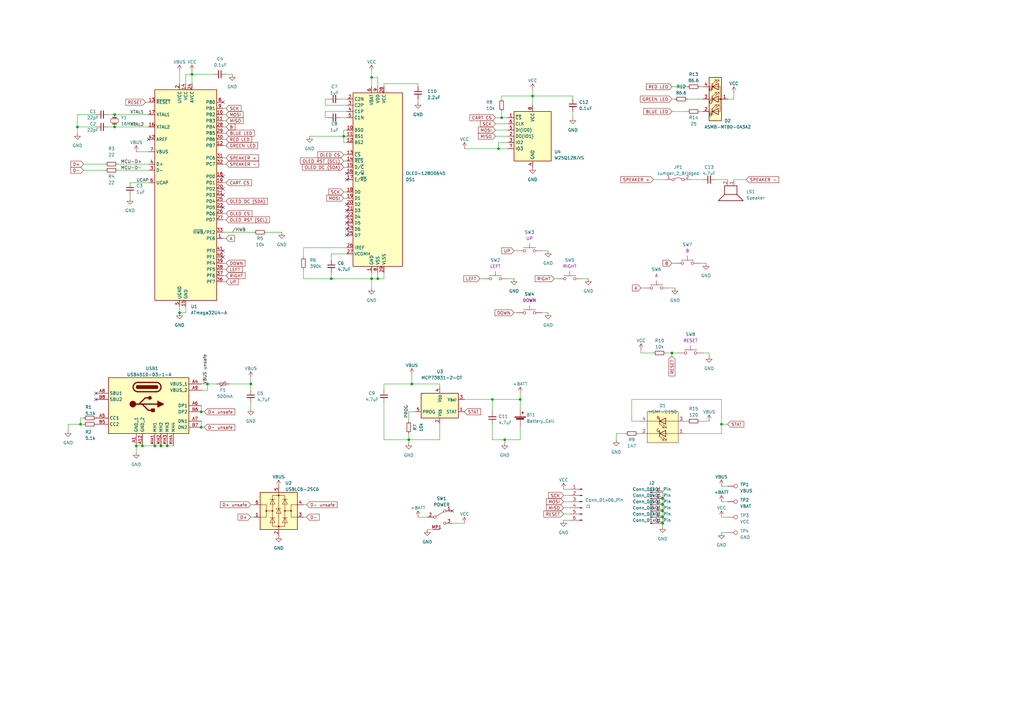
<source format=kicad_sch>
(kicad_sch (version 20230121) (generator eeschema)
  (paper "A3")
  (junction (at 271.78 204.47))
  (junction (at 152.4 114.3))
  (junction (at 46.99 52.07))
  (junction (at 271.78 207.01))
  (junction (at 218.44 39.37))
  (junction (at 82.55 175.26))
  (junction (at 213.36 163.83))
  (junction (at 154.94 114.3))
  (junction (at 31.75 52.07))
  (junction (at 271.78 214.63))
  (junction (at 85.09 157.48))
  (junction (at 68.58 182.88))
  (junction (at 204.47 60.96))
  (junction (at 271.78 212.09))
  (junction (at 73.66 128.27))
  (junction (at 275.59 144.78))
  (junction (at 102.87 157.48))
  (junction (at 140.97 55.88))
  (junction (at 82.55 168.91))
  (junction (at 33.02 173.99))
  (junction (at 58.42 182.88))
  (junction (at 207.01 180.34))
  (junction (at 46.99 46.99))
  (junction (at 295.91 173.99))
  (junction (at 205.74 48.26))
  (junction (at 167.64 180.34))
  (junction (at 201.93 163.83))
  (junction (at 55.88 182.88))
  (junction (at 66.04 182.88))
  (junction (at 152.4 31.75))
  (junction (at 168.91 157.48))
  (junction (at 78.74 30.48))
  (junction (at 63.5 182.88))
  (junction (at 135.89 114.3))
  (junction (at 271.78 209.55))
  (no_connect (at 60.96 57.15))
  (no_connect (at 91.44 80.01))
  (no_connect (at 142.24 83.82))
  (no_connect (at 142.24 93.98))
  (no_connect (at 91.44 77.47))
  (no_connect (at 185.42 209.55))
  (no_connect (at 91.44 105.41))
  (no_connect (at 142.24 91.44))
  (no_connect (at 91.44 72.39))
  (no_connect (at 91.44 41.91))
  (no_connect (at 142.24 88.9))
  (no_connect (at 39.37 161.29))
  (no_connect (at 142.24 73.66))
  (no_connect (at 91.44 102.87))
  (no_connect (at 91.44 85.09))
  (no_connect (at 142.24 86.36))
  (no_connect (at 142.24 71.12))
  (no_connect (at 39.37 163.83))
  (no_connect (at 142.24 96.52))
  (wire (pts (xy 208.28 114.3) (xy 210.82 114.3)))
  (wire (pts (xy 102.87 157.48) (xy 102.87 160.02)))
  (wire (pts (xy 167.64 168.91) (xy 170.18 168.91)))
  (wire (pts (xy 271.78 214.63) (xy 271.78 215.9)))
  (wire (pts (xy 102.87 165.1) (xy 102.87 167.64)))
  (wire (pts (xy 205.74 39.37) (xy 218.44 39.37)))
  (wire (pts (xy 262.89 143.51) (xy 262.89 144.78)))
  (wire (pts (xy 124.46 110.49) (xy 124.46 114.3)))
  (wire (pts (xy 55.88 182.88) (xy 55.88 185.42)))
  (wire (pts (xy 34.29 67.31) (xy 43.18 67.31)))
  (wire (pts (xy 234.95 39.37) (xy 218.44 39.37)))
  (wire (pts (xy 78.74 30.48) (xy 87.63 30.48)))
  (wire (pts (xy 102.87 157.48) (xy 102.87 154.94)))
  (wire (pts (xy 66.04 182.88) (xy 68.58 182.88)))
  (wire (pts (xy 139.7 48.26) (xy 142.24 48.26)))
  (wire (pts (xy 91.44 113.03) (xy 92.71 113.03)))
  (wire (pts (xy 175.26 212.09) (xy 171.45 212.09)))
  (wire (pts (xy 82.55 168.91) (xy 82.55 166.37)))
  (wire (pts (xy 300.99 40.64) (xy 300.99 38.1)))
  (wire (pts (xy 31.75 46.99) (xy 31.75 52.07)))
  (wire (pts (xy 201.93 180.34) (xy 207.01 180.34)))
  (wire (pts (xy 139.7 40.64) (xy 142.24 40.64)))
  (wire (pts (xy 203.2 50.8) (xy 208.28 50.8)))
  (wire (pts (xy 201.93 163.83) (xy 190.5 163.83)))
  (wire (pts (xy 203.2 55.88) (xy 208.28 55.88)))
  (wire (pts (xy 157.48 111.76) (xy 157.48 114.3)))
  (wire (pts (xy 213.36 163.83) (xy 201.93 163.83)))
  (wire (pts (xy 261.62 177.8) (xy 262.89 177.8)))
  (wire (pts (xy 213.36 161.29) (xy 213.36 163.83)))
  (wire (pts (xy 157.48 114.3) (xy 154.94 114.3)))
  (wire (pts (xy 210.82 102.87) (xy 212.09 102.87)))
  (wire (pts (xy 295.91 218.44) (xy 298.45 218.44)))
  (wire (pts (xy 82.55 160.02) (xy 85.09 160.02)))
  (wire (pts (xy 157.48 34.29) (xy 157.48 35.56)))
  (wire (pts (xy 91.44 54.61) (xy 92.71 54.61)))
  (wire (pts (xy 85.09 160.02) (xy 85.09 157.48)))
  (wire (pts (xy 262.89 144.78) (xy 267.97 144.78)))
  (wire (pts (xy 271.78 207.01) (xy 271.78 209.55)))
  (wire (pts (xy 180.34 173.99) (xy 180.34 180.34)))
  (wire (pts (xy 295.91 212.09) (xy 298.45 212.09)))
  (wire (pts (xy 83.82 168.91) (xy 82.55 168.91)))
  (wire (pts (xy 280.67 172.72) (xy 281.94 172.72)))
  (wire (pts (xy 91.44 74.93) (xy 92.71 74.93)))
  (wire (pts (xy 231.14 213.36) (xy 233.68 213.36)))
  (wire (pts (xy 259.08 172.72) (xy 262.89 172.72)))
  (wire (pts (xy 46.99 52.07) (xy 60.96 52.07)))
  (wire (pts (xy 288.29 40.64) (xy 281.94 40.64)))
  (wire (pts (xy 124.46 114.3) (xy 135.89 114.3)))
  (wire (pts (xy 275.59 35.56) (xy 281.94 35.56)))
  (wire (pts (xy 275.59 45.72) (xy 281.94 45.72)))
  (wire (pts (xy 92.71 30.48) (xy 95.25 30.48)))
  (wire (pts (xy 213.36 180.34) (xy 213.36 175.26)))
  (wire (pts (xy 91.44 49.53) (xy 92.71 49.53)))
  (wire (pts (xy 295.91 173.99) (xy 298.45 173.99)))
  (wire (pts (xy 34.29 69.85) (xy 43.18 69.85)))
  (wire (pts (xy 275.59 146.05) (xy 275.59 144.78)))
  (wire (pts (xy 218.44 36.83) (xy 218.44 39.37)))
  (wire (pts (xy 290.83 144.78) (xy 290.83 146.05)))
  (wire (pts (xy 140.97 53.34) (xy 142.24 53.34)))
  (wire (pts (xy 85.09 157.48) (xy 88.9 157.48)))
  (wire (pts (xy 91.44 87.63) (xy 92.71 87.63)))
  (wire (pts (xy 140.97 66.04) (xy 142.24 66.04)))
  (wire (pts (xy 271.78 201.93) (xy 271.78 204.47)))
  (wire (pts (xy 33.02 173.99) (xy 34.29 173.99)))
  (wire (pts (xy 204.47 58.42) (xy 204.47 60.96)))
  (wire (pts (xy 73.66 29.21) (xy 73.66 34.29)))
  (wire (pts (xy 135.89 104.14) (xy 142.24 104.14)))
  (wire (pts (xy 91.44 46.99) (xy 92.71 46.99)))
  (wire (pts (xy 274.32 118.11) (xy 276.86 118.11)))
  (wire (pts (xy 125.73 212.09) (xy 124.46 212.09)))
  (wire (pts (xy 140.97 55.88) (xy 140.97 58.42)))
  (wire (pts (xy 275.59 40.64) (xy 276.86 40.64)))
  (wire (pts (xy 298.45 40.64) (xy 300.99 40.64)))
  (wire (pts (xy 152.4 111.76) (xy 152.4 114.3)))
  (wire (pts (xy 135.89 114.3) (xy 152.4 114.3)))
  (wire (pts (xy 259.08 163.83) (xy 259.08 172.72)))
  (wire (pts (xy 154.94 31.75) (xy 152.4 31.75)))
  (wire (pts (xy 91.44 82.55) (xy 92.71 82.55)))
  (wire (pts (xy 55.88 182.88) (xy 58.42 182.88)))
  (wire (pts (xy 287.02 107.95) (xy 289.56 107.95)))
  (wire (pts (xy 205.74 45.72) (xy 205.74 48.26)))
  (wire (pts (xy 205.74 39.37) (xy 205.74 40.64)))
  (wire (pts (xy 91.44 107.95) (xy 92.71 107.95)))
  (wire (pts (xy 196.85 114.3) (xy 198.12 114.3)))
  (wire (pts (xy 295.91 163.83) (xy 295.91 173.99)))
  (wire (pts (xy 44.45 52.07) (xy 46.99 52.07)))
  (wire (pts (xy 252.73 177.8) (xy 256.54 177.8)))
  (wire (pts (xy 152.4 31.75) (xy 152.4 35.56)))
  (wire (pts (xy 34.29 171.45) (xy 33.02 171.45)))
  (wire (pts (xy 63.5 182.88) (xy 66.04 182.88)))
  (wire (pts (xy 231.14 205.74) (xy 233.68 205.74)))
  (wire (pts (xy 190.5 60.96) (xy 204.47 60.96)))
  (wire (pts (xy 295.91 173.99) (xy 295.91 177.8)))
  (wire (pts (xy 48.26 69.85) (xy 60.96 69.85)))
  (wire (pts (xy 46.99 46.99) (xy 60.96 46.99)))
  (wire (pts (xy 91.44 57.15) (xy 92.71 57.15)))
  (wire (pts (xy 280.67 177.8) (xy 295.91 177.8)))
  (wire (pts (xy 203.2 48.26) (xy 205.74 48.26)))
  (wire (pts (xy 201.93 163.83) (xy 201.93 168.91)))
  (wire (pts (xy 231.14 210.82) (xy 233.68 210.82)))
  (wire (pts (xy 140.97 78.74) (xy 142.24 78.74)))
  (wire (pts (xy 53.34 74.93) (xy 60.96 74.93)))
  (wire (pts (xy 27.94 173.99) (xy 27.94 176.53)))
  (wire (pts (xy 140.97 55.88) (xy 142.24 55.88)))
  (wire (pts (xy 124.46 105.41) (xy 124.46 101.6)))
  (wire (pts (xy 76.2 30.48) (xy 76.2 34.29)))
  (wire (pts (xy 287.02 45.72) (xy 288.29 45.72)))
  (wire (pts (xy 190.5 214.63) (xy 185.42 214.63)))
  (wire (pts (xy 293.37 73.66) (xy 298.45 73.66)))
  (wire (pts (xy 31.75 52.07) (xy 31.75 54.61)))
  (wire (pts (xy 271.78 212.09) (xy 271.78 214.63)))
  (wire (pts (xy 78.74 29.21) (xy 78.74 30.48)))
  (wire (pts (xy 231.14 200.66) (xy 233.68 200.66)))
  (wire (pts (xy 207.01 180.34) (xy 207.01 181.61)))
  (wire (pts (xy 171.45 41.91) (xy 171.45 40.64)))
  (wire (pts (xy 109.22 95.25) (xy 115.57 95.25)))
  (wire (pts (xy 91.44 90.17) (xy 92.71 90.17)))
  (wire (pts (xy 201.93 173.99) (xy 201.93 180.34)))
  (wire (pts (xy 273.05 73.66) (xy 267.97 73.66)))
  (wire (pts (xy 171.45 35.56) (xy 171.45 34.29)))
  (wire (pts (xy 295.91 163.83) (xy 259.08 163.83)))
  (wire (pts (xy 157.48 165.1) (xy 157.48 180.34)))
  (wire (pts (xy 124.46 101.6) (xy 142.24 101.6)))
  (wire (pts (xy 91.44 110.49) (xy 92.71 110.49)))
  (wire (pts (xy 58.42 182.88) (xy 63.5 182.88)))
  (wire (pts (xy 102.87 212.09) (xy 104.14 212.09)))
  (wire (pts (xy 154.94 35.56) (xy 154.94 31.75)))
  (wire (pts (xy 39.37 46.99) (xy 31.75 46.99)))
  (wire (pts (xy 91.44 44.45) (xy 92.71 44.45)))
  (wire (pts (xy 168.91 157.48) (xy 157.48 157.48)))
  (wire (pts (xy 283.21 73.66) (xy 288.29 73.66)))
  (wire (pts (xy 154.94 114.3) (xy 152.4 114.3)))
  (wire (pts (xy 83.82 175.26) (xy 82.55 175.26)))
  (wire (pts (xy 213.36 163.83) (xy 213.36 167.64)))
  (wire (pts (xy 180.34 157.48) (xy 168.91 157.48)))
  (wire (pts (xy 76.2 128.27) (xy 76.2 125.73)))
  (wire (pts (xy 273.05 144.78) (xy 275.59 144.78)))
  (wire (pts (xy 82.55 172.72) (xy 82.55 175.26)))
  (wire (pts (xy 205.74 48.26) (xy 208.28 48.26)))
  (wire (pts (xy 133.35 43.18) (xy 133.35 40.64)))
  (wire (pts (xy 287.02 35.56) (xy 288.29 35.56)))
  (wire (pts (xy 133.35 45.72) (xy 133.35 48.26)))
  (wire (pts (xy 76.2 30.48) (xy 78.74 30.48)))
  (wire (pts (xy 157.48 157.48) (xy 157.48 160.02)))
  (wire (pts (xy 234.95 48.26) (xy 234.95 45.72)))
  (wire (pts (xy 275.59 144.78) (xy 278.13 144.78)))
  (wire (pts (xy 33.02 171.45) (xy 33.02 173.99)))
  (wire (pts (xy 78.74 30.48) (xy 78.74 34.29)))
  (wire (pts (xy 53.34 80.01) (xy 53.34 81.28)))
  (wire (pts (xy 222.25 128.27) (xy 224.79 128.27)))
  (wire (pts (xy 222.25 102.87) (xy 224.79 102.87)))
  (wire (pts (xy 295.91 199.39) (xy 298.45 199.39)))
  (wire (pts (xy 135.89 106.68) (xy 135.89 104.14)))
  (wire (pts (xy 91.44 115.57) (xy 92.71 115.57)))
  (wire (pts (xy 167.64 177.8) (xy 167.64 180.34)))
  (wire (pts (xy 275.59 107.95) (xy 276.86 107.95)))
  (wire (pts (xy 73.66 128.27) (xy 76.2 128.27)))
  (wire (pts (xy 91.44 97.79) (xy 92.71 97.79)))
  (wire (pts (xy 210.82 128.27) (xy 212.09 128.27)))
  (wire (pts (xy 157.48 180.34) (xy 167.64 180.34)))
  (wire (pts (xy 135.89 111.76) (xy 135.89 114.3)))
  (wire (pts (xy 68.58 182.88) (xy 71.12 182.88)))
  (wire (pts (xy 234.95 40.64) (xy 234.95 39.37)))
  (wire (pts (xy 73.66 125.73) (xy 73.66 128.27)))
  (wire (pts (xy 167.64 168.91) (xy 167.64 172.72)))
  (wire (pts (xy 140.97 55.88) (xy 127 55.88)))
  (wire (pts (xy 207.01 180.34) (xy 213.36 180.34)))
  (wire (pts (xy 39.37 52.07) (xy 31.75 52.07)))
  (wire (pts (xy 140.97 81.28) (xy 142.24 81.28)))
  (wire (pts (xy 140.97 53.34) (xy 140.97 55.88)))
  (wire (pts (xy 82.55 157.48) (xy 85.09 157.48)))
  (wire (pts (xy 133.35 40.64) (xy 134.62 40.64)))
  (wire (pts (xy 91.44 59.69) (xy 92.71 59.69)))
  (wire (pts (xy 91.44 67.31) (xy 92.71 67.31)))
  (wire (pts (xy 252.73 180.34) (xy 252.73 177.8)))
  (wire (pts (xy 208.28 58.42) (xy 204.47 58.42)))
  (wire (pts (xy 300.99 73.66) (xy 306.07 73.66)))
  (wire (pts (xy 44.45 46.99) (xy 46.99 46.99)))
  (wire (pts (xy 287.02 172.72) (xy 290.83 172.72)))
  (wire (pts (xy 91.44 52.07) (xy 92.71 52.07)))
  (wire (pts (xy 133.35 45.72) (xy 142.24 45.72)))
  (wire (pts (xy 167.64 180.34) (xy 167.64 181.61)))
  (wire (pts (xy 238.76 114.3) (xy 241.3 114.3)))
  (wire (pts (xy 167.64 180.34) (xy 180.34 180.34)))
  (wire (pts (xy 203.2 53.34) (xy 208.28 53.34)))
  (wire (pts (xy 262.89 118.11) (xy 264.16 118.11)))
  (wire (pts (xy 140.97 63.5) (xy 142.24 63.5)))
  (wire (pts (xy 231.14 203.2) (xy 233.68 203.2)))
  (wire (pts (xy 93.98 157.48) (xy 102.87 157.48)))
  (wire (pts (xy 102.87 207.01) (xy 104.14 207.01)))
  (wire (pts (xy 204.47 60.96) (xy 208.28 60.96)))
  (wire (pts (xy 271.78 204.47) (xy 271.78 207.01)))
  (wire (pts (xy 288.29 144.78) (xy 290.83 144.78)))
  (wire (pts (xy 175.26 217.17) (xy 177.8 217.17)))
  (wire (pts (xy 55.88 62.23) (xy 60.96 62.23)))
  (wire (pts (xy 27.94 173.99) (xy 33.02 173.99)))
  (wire (pts (xy 91.44 95.25) (xy 104.14 95.25)))
  (wire (pts (xy 152.4 29.21) (xy 152.4 31.75)))
  (wire (pts (xy 140.97 68.58) (xy 142.24 68.58)))
  (wire (pts (xy 125.73 207.01) (xy 124.46 207.01)))
  (wire (pts (xy 231.14 208.28) (xy 233.68 208.28)))
  (wire (pts (xy 91.44 64.77) (xy 92.71 64.77)))
  (wire (pts (xy 295.91 205.74) (xy 298.45 205.74)))
  (wire (pts (xy 59.69 41.91) (xy 60.96 41.91)))
  (wire (pts (xy 133.35 48.26) (xy 134.62 48.26)))
  (wire (pts (xy 48.26 67.31) (xy 60.96 67.31)))
  (wire (pts (xy 227.33 114.3) (xy 228.6 114.3)))
  (wire (pts (xy 171.45 34.29) (xy 157.48 34.29)))
  (wire (pts (xy 271.78 209.55) (xy 271.78 212.09)))
  (wire (pts (xy 133.35 43.18) (xy 142.24 43.18)))
  (wire (pts (xy 218.44 39.37) (xy 218.44 43.18)))
  (wire (pts (xy 168.91 153.67) (xy 168.91 157.48)))
  (wire (pts (xy 154.94 111.76) (xy 154.94 114.3)))
  (wire (pts (xy 140.97 58.42) (xy 142.24 58.42)))
  (wire (pts (xy 152.4 114.3) (xy 152.4 118.11)))
  (wire (pts (xy 180.34 158.75) (xy 180.34 157.48)))
  (label "UCAP" (at 55.88 74.93 0))
  (label "PROG" (at 167.64 171.45 90))
  (label "MCU-D-" (at 49.53 69.85 0))
  (label "XTAL2" (at 53.34 52.07 0))
  (label "{slash}HWB" (at 95.25 95.25 0))
  (label "XTAL1" (at 53.34 46.99 0))
  (label "MCU-D+" (at 49.53 67.31 0))
  (label "VBUS unsafe" (at 85.09 157.48 90))
  (global_label "LEFT" (shape input) (at 196.85 114.3 180) (property "Intersheetrefs" "${INTERSHEET_REFS}" (effects hide)))
  (global_label "DOWN" (shape input) (at 92.71 107.95 0) (property "Intersheetrefs" "${INTERSHEET_REFS}" (effects hide)))
  (global_label "MOSI" (shape input) (at 231.14 205.74 180) (property "Intersheetrefs" "${INTERSHEET_REFS}" (effects hide)))
  (global_label "OLED RST (SCL)" (shape input) (at 140.97 66.04 180) (property "Intersheetrefs" "${INTERSHEET_REFS}" (effects hide)))
  (global_label "OLED DC (SDA)" (shape input) (at 92.71 82.55 0) (property "Intersheetrefs" "${INTERSHEET_REFS}" (effects hide)))
  (global_label "BLUE LED" (shape input) (at 92.71 54.61 0) (property "Intersheetrefs" "${INTERSHEET_REFS}" (effects hide)))
  (global_label "D- unsafe" (shape input) (at 125.73 207.01 0) (property "Intersheetrefs" "${INTERSHEET_REFS}" (effects hide)))
  (global_label "MOSI" (shape input) (at 203.2 53.34 180) (property "Intersheetrefs" "${INTERSHEET_REFS}" (effects hide)))
  (global_label "MISO" (shape input) (at 92.71 49.53 0) (property "Intersheetrefs" "${INTERSHEET_REFS}" (effects hide)))
  (global_label "SCK" (shape input) (at 203.2 50.8 180) (property "Intersheetrefs" "${INTERSHEET_REFS}" (effects hide)))
  (global_label "D- unsafe" (shape input) (at 83.82 175.26 0) (property "Intersheetrefs" "${INTERSHEET_REFS}" (effects hide)))
  (global_label "OLED RST (SCL)" (shape input) (at 92.71 90.17 0) (property "Intersheetrefs" "${INTERSHEET_REFS}" (effects hide)))
  (global_label "CART CS" (shape input) (at 203.2 48.26 180) (property "Intersheetrefs" "${INTERSHEET_REFS}" (effects hide)))
  (global_label "RED LED" (shape input) (at 92.71 57.15 0) (property "Intersheetrefs" "${INTERSHEET_REFS}" (effects hide)))
  (global_label "D+ unsafe" (shape input) (at 83.82 168.91 0) (property "Intersheetrefs" "${INTERSHEET_REFS}" (effects hide)))
  (global_label "RESET" (shape input) (at 275.59 146.05 270) (property "Intersheetrefs" "${INTERSHEET_REFS}" (effects hide)))
  (global_label "OLED DC (SDA)" (shape input) (at 140.97 68.58 180) (property "Intersheetrefs" "${INTERSHEET_REFS}" (effects hide)))
  (global_label "UP" (shape input) (at 210.82 102.87 180) (property "Intersheetrefs" "${INTERSHEET_REFS}" (effects hide)))
  (global_label "SPEAKER +" (shape input) (at 92.71 64.77 0) (property "Intersheetrefs" "${INTERSHEET_REFS}" (effects hide)))
  (global_label "MISO" (shape input) (at 231.14 208.28 180) (property "Intersheetrefs" "${INTERSHEET_REFS}" (effects hide)))
  (global_label "GREEN LED" (shape input) (at 92.71 59.69 0) (property "Intersheetrefs" "${INTERSHEET_REFS}" (effects hide)))
  (global_label "MOSI" (shape input) (at 140.97 81.28 180) (property "Intersheetrefs" "${INTERSHEET_REFS}" (effects hide)))
  (global_label "A" (shape input) (at 92.71 97.79 0) (property "Intersheetrefs" "${INTERSHEET_REFS}" (effects hide)))
  (global_label "SPEAKER -" (shape input) (at 306.07 73.66 0) (property "Intersheetrefs" "${INTERSHEET_REFS}" (effects hide)))
  (global_label "D+" (shape input) (at 102.87 212.09 180) (property "Intersheetrefs" "${INTERSHEET_REFS}" (effects hide)))
  (global_label "BLUE LED" (shape input) (at 275.59 45.72 180) (property "Intersheetrefs" "${INTERSHEET_REFS}" (effects hide)))
  (global_label "B" (shape input) (at 275.59 107.95 180) (property "Intersheetrefs" "${INTERSHEET_REFS}" (effects hide)))
  (global_label "UP" (shape input) (at 92.71 115.57 0) (property "Intersheetrefs" "${INTERSHEET_REFS}" (effects hide)))
  (global_label "RESET" (shape input) (at 231.14 210.82 180) (property "Intersheetrefs" "${INTERSHEET_REFS}" (effects hide)))
  (global_label "OLED CS" (shape input) (at 140.97 63.5 180) (property "Intersheetrefs" "${INTERSHEET_REFS}" (effects hide)))
  (global_label "GREEN LED" (shape input) (at 275.59 40.64 180) (property "Intersheetrefs" "${INTERSHEET_REFS}" (effects hide)))
  (global_label "D-" (shape input) (at 125.73 212.09 0) (property "Intersheetrefs" "${INTERSHEET_REFS}" (effects hide)))
  (global_label "RED LED" (shape input) (at 275.59 35.56 180) (property "Intersheetrefs" "${INTERSHEET_REFS}" (effects hide)))
  (global_label "SCK" (shape input) (at 92.71 44.45 0) (property "Intersheetrefs" "${INTERSHEET_REFS}" (effects hide)))
  (global_label "A" (shape input) (at 262.89 118.11 180) (property "Intersheetrefs" "${INTERSHEET_REFS}" (effects hide)))
  (global_label "MISO" (shape input) (at 203.2 55.88 180) (property "Intersheetrefs" "${INTERSHEET_REFS}" (effects hide)))
  (global_label "SCK" (shape input) (at 231.14 203.2 180) (property "Intersheetrefs" "${INTERSHEET_REFS}" (effects hide)))
  (global_label "RIGHT" (shape input) (at 227.33 114.3 180) (property "Intersheetrefs" "${INTERSHEET_REFS}" (effects hide)))
  (global_label "CART CS" (shape input) (at 92.71 74.93 0) (property "Intersheetrefs" "${INTERSHEET_REFS}" (effects hide)))
  (global_label "OLED CS" (shape input) (at 92.71 87.63 0) (property "Intersheetrefs" "${INTERSHEET_REFS}" (effects hide)))
  (global_label "LEFT" (shape input) (at 92.71 110.49 0) (property "Intersheetrefs" "${INTERSHEET_REFS}" (effects hide)))
  (global_label "STAT" (shape input) (at 298.45 173.99 0) (property "Intersheetrefs" "${INTERSHEET_REFS}" (effects hide)))
  (global_label "SPEAKER -" (shape input) (at 92.71 67.31 0) (property "Intersheetrefs" "${INTERSHEET_REFS}" (effects hide)))
  (global_label "MOSI" (shape input) (at 92.71 46.99 0) (property "Intersheetrefs" "${INTERSHEET_REFS}" (effects hide)))
  (global_label "D+" (shape input) (at 34.29 67.31 180) (property "Intersheetrefs" "${INTERSHEET_REFS}" (effects hide)))
  (global_label "D-" (shape input) (at 34.29 69.85 180) (property "Intersheetrefs" "${INTERSHEET_REFS}" (effects hide)))
  (global_label "RIGHT" (shape input) (at 92.71 113.03 0) (property "Intersheetrefs" "${INTERSHEET_REFS}" (effects hide)))
  (global_label "B" (shape input) (at 92.71 52.07 0) (property "Intersheetrefs" "${INTERSHEET_REFS}" (effects hide)))
  (global_label "RESET" (shape input) (at 59.69 41.91 180) (property "Intersheetrefs" "${INTERSHEET_REFS}" (effects hide)))
  (global_label "STAT" (shape input) (at 190.5 168.91 0) (property "Intersheetrefs" "${INTERSHEET_REFS}" (effects hide)))
  (global_label "DOWN" (shape input) (at 210.82 128.27 180) (property "Intersheetrefs" "${INTERSHEET_REFS}" (effects hide)))
  (global_label "D+ unsafe" (shape input) (at 102.87 207.01 180) (property "Intersheetrefs" "${INTERSHEET_REFS}" (effects hide)))
  (global_label "SCK" (shape input) (at 140.97 78.74 180) (property "Intersheetrefs" "${INTERSHEET_REFS}" (effects hide)))
  (global_label "SPEAKER +" (shape input) (at 267.97 73.66 180) (property "Intersheetrefs" "${INTERSHEET_REFS}" (effects hide)))
  (symbol (lib_id "Device:C_Small") (at 171.45 38.1 0) (unit 1)
    (property "Reference" "C10" (at 175.26 37.4713 0) (effects (justify left)))
    (property "Value" "2.2uF" (at 175.26 40.0113 0) (effects (justify left)))
    (property "Footprint" "arduboy:C_1206_3216Metric_Pad1.33x1.80mm_HandSolder ref under the component" (effects hide))
    (property "Datasheet" "https://www.mouser.fi/datasheet/2/585/MLCC-1837944.pdf" (effects hide))
    (property "Manufacturer_Name" "Samsung Electro-Mechanics" (effects hide))
    (property "Manufacturer_Part_Number" "CL31B225KBHNFNE" (effects hide))
    (property "Mouser Part Number" "187-CL31B225KBHNFNE" (effects hide))
  )
  (symbol (lib_id "Device:R_Small") (at 284.48 35.56 90) (unit 1)
    (property "Reference" "R13" (at 284.48 30.48 90))
    (property "Value" "86.6" (at 284.48 33.02 90))
    (property "Footprint" "arduboy:R_1206_3216Metric_Pad1.30x1.75mm_HandSolder with ref under the component" (effects hide))
    (property "Datasheet" "https://www.mouser.fi/datasheet/2/219/RK73H-1825326.pdf" (effects hide))
    (property "Mouser Part Number" "660-RK73H2BTTD86R6F" (effects hide))
    (property "Manufacturer_Part_Number" "RK73H2BTTD86R6F" (effects hide))
    (property "Manufacturer_Name" "KOA Speer" (effects hide))
  )
  (symbol (lib_id "power:VCC") (at 218.44 36.83 0) (unit 1)
    (property "Reference" "#PWR028" (effects hide))
    (property "Value" "VCC" (at 218.44 33.02 0))
  )
  (symbol (lib_id "power:VCC") (at 190.5 214.63 0) (unit 1)
    (property "Reference" "#PWR024" (effects hide))
    (property "Value" "VCC" (at 190.5 210.82 0))
  )
  (symbol (lib_id "power:GND") (at 276.86 118.11 0) (unit 1)
    (property "Reference" "#PWR039" (effects hide))
    (property "Value" "GND" (at 276.86 123.19 0))
  )
  (symbol (lib_id "power:GND") (at 234.95 48.26 0) (unit 1)
    (property "Reference" "#PWR034" (effects hide))
    (property "Value" "GND" (at 234.95 53.34 0))
  )
  (symbol (lib_id "power:VCC") (at 190.5 60.96 0) (unit 1)
    (property "Reference" "#PWR023" (effects hide))
    (property "Value" "VCC" (at 190.5 57.15 0))
  )
  (symbol (lib_id "power:GND") (at 115.57 95.25 0) (unit 1)
    (property "Reference" "#PWR014" (effects hide))
    (property "Value" "GND" (at 115.57 100.33 0))
  )
  (symbol (lib_id "Device:C_Small") (at 90.17 30.48 270) (unit 1)
    (property "Reference" "C4" (at 88.9 24.13 90) (effects (justify left)))
    (property "Value" "0.1uF" (at 87.63 26.67 90) (effects (justify left)))
    (property "Footprint" "arduboy:C_1206_3216Metric_Pad1.33x1.80mm_HandSolder ref under the component" (effects hide))
    (property "Datasheet" "https://www.mouser.fi/datasheet/2/281/1/GRM3195C1H104JA05_01A-1987132.pdf" (effects hide))
    (property "Manufacturer_Name" "Murata Electronics" (effects hide))
    (property "Manufacturer_Part_Number" "GRM3195C1H104JA05D" (effects hide))
    (property "Mouser Part Number" "81-GRM3195C1H104JA5D" (effects hide))
  )
  (symbol (lib_id "power:+BATT") (at 213.36 161.29 0) (unit 1)
    (property "Reference" "#PWR027" (effects hide))
    (property "Value" "+BATT" (at 213.36 157.48 0))
  )
  (symbol (lib_id "Connector:TestPoint") (at 298.45 205.74 270) (unit 1)
    (property "Reference" "TP2" (at 303.53 205.105 90) (effects (justify left)))
    (property "Value" "VBAT" (at 303.53 207.645 90) (effects (justify left)))
    (property "Footprint" "TestPoint:TestPoint_Pad_D2.0mm" (effects hide))
  )
  (symbol (lib_id "Device:Crystal_Small") (at 46.99 49.53 90) (unit 1)
    (property "Reference" "Y1" (at 49.53 48.2599 90) (effects (justify right)))
    (property "Value" "16MHz" (at 49.53 50.7999 90) (effects (justify right)))
    (property "Footprint" "arduboy:Crystal_HC46-X_Vertical" (effects hide))
    (property "Datasheet" "https://www.mouser.fi/datasheet/2/122/HC-46X-948488.pdf" (effects hide))
    (property "Manufacturer_Part_Number" "ECS-160-20-46X" (effects hide))
    (property "Mouser Part Number" "520-160-20-46X" (effects hide))
    (property "Manufacturer_Name" "ECS" (effects hide))
  )
  (symbol (lib_id "Device:C_Small") (at 157.48 162.56 0) (unit 1)
    (property "Reference" "C9" (at 151.13 161.29 0) (effects (justify left)))
    (property "Value" "4.7uF" (at 149.86 163.83 0) (effects (justify left)))
    (property "Footprint" "arduboy:C_1206_3216Metric_Pad1.33x1.80mm_HandSolder ref under the component" (effects hide))
    (property "Datasheet" "https://www.mouser.fi/datasheet/2/281/1/GRM31CR71H475KA12_01A-1987873.pdf" (effects hide))
    (property "Manufacturer_Name" "Murata Electronics" (effects hide))
    (property "Manufacturer_Part_Number" "GRM31CR71H475KA12K" (effects hide))
    (property "Mouser Part Number" "81-GRM31CR71H475KA2K" (effects hide))
  )
  (symbol (lib_id "Connector:Conn_01x01_Pin") (at 266.7 214.63 0) (unit 1)
    (property "Reference" "J7" (at 267.335 210.82 0))
    (property "Value" "Conn_01x01_Pin" (at 267.335 213.36 0))
    (property "Footprint" "cftkb:MountingHole_2.2mm_M2_Pad" (effects hide))
  )
  (symbol (lib_id "Device:R_Small") (at 45.72 67.31 90) (unit 1)
    (property "Reference" "R3" (at 45.72 60.96 90))
    (property "Value" "22" (at 45.72 63.5 90))
    (property "Footprint" "arduboy:R_1206_3216Metric_Pad1.30x1.75mm_HandSolder with ref under the component" (effects hide))
    (property "Datasheet" "https://www.mouser.fi/datasheet/2/54/cr-1858361.pdf" (effects hide))
    (property "Manufacturer_Name" "Bourns" (effects hide))
    (property "Manufacturer_Part_Number" "CR1206-FX-22R0ELF" (effects hide))
    (property "Mouser Part Number" "652-CR1206FX-22R0ELF" (effects hide))
  )
  (symbol (lib_id "power:GND") (at 73.66 128.27 0) (unit 1)
    (property "Reference" "#PWR07" (effects hide))
    (property "Value" "GND" (at 73.66 133.35 0))
  )
  (symbol (lib_id "MCU_Microchip_ATmega:ATmega32U4-A") (at 76.2 80.01 0) (unit 1)
    (property "Reference" "U1" (at 78.2194 125.73 0) (effects (justify left)))
    (property "Value" "ATmega32U4-A" (at 78.2194 128.27 0) (effects (justify left)))
    (property "Footprint" "Package_QFP:TQFP-44_10x10mm_P0.8mm" (effects hide))
    (property "Datasheet" "http://ww1.microchip.com/downloads/en/DeviceDoc/Atmel-7766-8-bit-AVR-ATmega16U4-32U4_Datasheet.pdf" (effects hide))
    (property "Manufacturer_Part_Number" "ATMEGA32U4-AU" (effects hide))
    (property "Mouser Part Number" "556-ATMEGA32U4-AU" (effects hide))
    (property "Manufacturer_Name" "Microchip Technology / Atmel" (effects hide))
    (property "Description" "Brain" (effects hide))
  )
  (symbol (lib_id "power:GND") (at 102.87 167.64 0) (unit 1)
    (property "Reference" "#PWR011" (effects hide))
    (property "Value" "GND" (at 102.87 172.72 0))
  )
  (symbol (lib_id "power:VCC") (at 231.14 200.66 0) (unit 1)
    (property "Reference" "#PWR032" (effects hide))
    (property "Value" "VCC" (at 231.14 196.85 0))
  )
  (symbol (lib_id "arduboy:SW_Push_4poles") (at 233.68 114.3 0) (unit 1)
    (property "Reference" "SW5" (at 233.68 106.68 0))
    (property "Value" "RIGHT" (effects hide))
    (property "Footprint" "arduboy:TS18525SL260SMTTR" (effects hide))
    (property "Datasheet" "https://www.mouser.fi/datasheet/2/670/ts18-2950331.pdf" (effects hide))
    (property "Manufacturer_Part_Number" "TS18-5-15-SL-160-SMT-TR" (effects hide))
    (property "Mouser Part Number" "179-TS18515SL160SMTT" (effects hide))
    (property "Description" "RIGHT" (at 233.68 109.22 0))
    (property "Manufacturer_Name" "CUI Devices" (effects hide))
  )
  (symbol (lib_id "Device:C_Small") (at 234.95 43.18 0) (unit 1)
    (property "Reference" "C12" (at 237.49 41.9162 0) (effects (justify left)))
    (property "Value" "0.1uF" (at 237.49 44.4562 0) (effects (justify left)))
    (property "Footprint" "arduboy:C_1206_3216Metric_Pad1.33x1.80mm_HandSolder ref under the component" (effects hide))
    (property "Datasheet" "https://www.mouser.fi/datasheet/2/281/1/GRM3195C1H104JA05_01A-1987132.pdf" (effects hide))
    (property "Manufacturer_Name" "Murata Electronics" (effects hide))
    (property "Manufacturer_Part_Number" "GRM3195C1H104JA05D" (effects hide))
    (property "Mouser Part Number" "81-GRM3195C1H104JA5D" (effects hide))
  )
  (symbol (lib_id "arduboy:SW_Push_4poles") (at 281.94 107.95 0) (unit 1)
    (property "Reference" "SW7" (at 281.94 100.33 0))
    (property "Value" "B" (effects hide))
    (property "Footprint" "arduboy:TS18525SL260SMTTR" (effects hide))
    (property "Datasheet" "https://www.mouser.fi/datasheet/2/670/ts18-2950331.pdf" (effects hide))
    (property "Manufacturer_Part_Number" "TS18-5-25-SL-260-SMT-TR" (effects hide))
    (property "Mouser Part Number" "179-TS18525SL260SMTT" (effects hide))
    (property "Description" "B" (at 281.94 102.87 0))
    (property "Manufacturer_Name" "CUI Devices" (effects hide))
  )
  (symbol (lib_id "Connector:TestPoint") (at 298.45 218.44 270) (unit 1)
    (property "Reference" "TP4" (at 303.53 217.805 90) (effects (justify left)))
    (property "Value" "GND" (at 303.53 220.345 90) (effects (justify left)))
    (property "Footprint" "TestPoint:TestPoint_Pad_D2.0mm" (effects hide))
  )
  (symbol (lib_id "Jumper:Jumper_2_Bridged") (at 278.13 73.66 0) (unit 1)
    (property "Reference" "JP1" (at 278.13 68.58 0))
    (property "Value" "Jumper_2_Bridged" (at 278.13 71.12 0))
    (property "Footprint" "arduboy:Jumper for SMD 1206 bridged" (effects hide))
  )
  (symbol (lib_id "power:GND") (at 218.44 68.58 0) (unit 1)
    (property "Reference" "#PWR029" (effects hide))
    (property "Value" "GND" (at 218.44 73.66 0))
  )
  (symbol (lib_id "power:GND") (at 224.79 128.27 0) (unit 1)
    (property "Reference" "#PWR031" (effects hide))
    (property "Value" "GND" (at 224.79 133.35 0))
  )
  (symbol (lib_id "Connector:Conn_01x01_Pin") (at 266.7 207.01 0) (unit 1)
    (property "Reference" "J4" (at 267.335 203.2 0))
    (property "Value" "Conn_01x01_Pin" (at 267.335 205.74 0))
    (property "Footprint" "cftkb:MountingHole_2.2mm_M2_Pad" (effects hide))
  )
  (symbol (lib_id "power:GND") (at 231.14 213.36 0) (unit 1)
    (property "Reference" "#PWR033" (effects hide))
    (property "Value" "GND" (at 231.14 218.44 0))
  )
  (symbol (lib_id "power:VBUS") (at 73.66 29.21 0) (unit 1)
    (property "Reference" "#PWR06" (effects hide))
    (property "Value" "VBUS" (at 73.66 25.4 0))
  )
  (symbol (lib_id "arduboy:SW_Push_4poles") (at 217.17 128.27 0) (unit 1)
    (property "Reference" "SW4" (at 217.17 120.65 0))
    (property "Value" "DOWN" (effects hide))
    (property "Footprint" "arduboy:TS18525SL260SMTTR" (effects hide))
    (property "Datasheet" "https://www.mouser.fi/datasheet/2/670/ts18-2950331.pdf" (effects hide))
    (property "Manufacturer_Part_Number" "TS18-5-15-SL-160-SMT-TR" (effects hide))
    (property "Mouser Part Number" "179-TS18515SL160SMTT" (effects hide))
    (property "Description" "DOWN" (at 217.17 123.19 0))
    (property "Manufacturer_Name" "CUI Devices" (effects hide))
  )
  (symbol (lib_id "power:GND") (at 27.94 176.53 0) (unit 1)
    (property "Reference" "#PWR01" (effects hide))
    (property "Value" "GND" (at 27.94 181.61 0))
  )
  (symbol (lib_id "Device:C_Small") (at 290.83 73.66 90) (unit 1)
    (property "Reference" "C13" (at 290.8363 68.58 90))
    (property "Value" "4.7uF" (at 290.8363 71.12 90))
    (property "Footprint" "arduboy:C_1206_3216Metric_Pad1.33x1.80mm_HandSolder ref under the component" (effects hide))
    (property "Datasheet" "https://www.mouser.fi/datasheet/2/281/1/GRM31CR71H475KA12_01A-1987873.pdf" (effects hide))
    (property "Manufacturer_Name" "Murata Electronics" (effects hide))
    (property "Manufacturer_Part_Number" "GRM31CR71H475KA12K" (effects hide))
    (property "Mouser Part Number" "81-GRM31CR71H475KA2K" (effects hide))
  )
  (symbol (lib_id "Device:R_Small") (at 259.08 177.8 270) (unit 1)
    (property "Reference" "R9" (at 259.08 180.34 90))
    (property "Value" "147" (at 259.08 182.88 90))
    (property "Footprint" "arduboy:R_1206_3216Metric_Pad1.30x1.75mm_HandSolder with ref under the component" (effects hide))
    (property "Datasheet" "https://www.mouser.fi/datasheet/2/54/cr-1858361.pdf" (effects hide))
    (property "Manufacturer_Name" "Bourns" (effects hide))
    (property "Manufacturer_Part_Number" "CR1206-FX-1470ELF" (effects hide))
    (property "Mouser Part Number" "652-CR1206FX-1470ELF" (effects hide))
  )
  (symbol (lib_id "power:VCC") (at 152.4 29.21 0) (unit 1)
    (property "Reference" "#PWR016" (effects hide))
    (property "Value" "VCC" (at 152.4 25.4 0))
  )
  (symbol (lib_id "power:VCC") (at 295.91 212.09 0) (unit 1)
    (property "Reference" "#PWR045" (effects hide))
    (property "Value" "VCC" (at 295.91 208.28 0))
  )
  (symbol (lib_id "power:GND") (at 210.82 114.3 0) (unit 1)
    (property "Reference" "#PWR026" (effects hide))
    (property "Value" "GND" (at 210.82 119.38 0))
  )
  (symbol (lib_id "power:GND") (at 55.88 185.42 0) (unit 1)
    (property "Reference" "#PWR05" (effects hide))
    (property "Value" "GND" (at 55.88 190.5 0))
  )
  (symbol (lib_id "Device:C_Small") (at 201.93 171.45 180) (unit 1)
    (property "Reference" "C11" (at 204.47 170.8086 0) (effects (justify right)))
    (property "Value" "4.7uF" (at 204.47 173.3486 0) (effects (justify right)))
    (property "Footprint" "arduboy:C_1206_3216Metric_Pad1.33x1.80mm_HandSolder ref under the component" (effects hide))
    (property "Datasheet" "https://www.mouser.fi/datasheet/2/281/1/GRM31CR71H475KA12_01A-1987873.pdf" (effects hide))
    (property "Manufacturer_Name" "Murata Electronics" (effects hide))
    (property "Manufacturer_Part_Number" "GRM31CR71H475KA12K" (effects hide))
    (property "Mouser Part Number" "81-GRM31CR71H475KA2K" (effects hide))
  )
  (symbol (lib_id "power:GND") (at 95.25 30.48 0) (unit 1)
    (property "Reference" "#PWR09" (effects hide))
    (property "Value" "GND" (at 95.25 35.56 0))
  )
  (symbol (lib_id "power:GND") (at 241.3 114.3 0) (unit 1)
    (property "Reference" "#PWR035" (effects hide))
    (property "Value" "GND" (at 241.3 119.38 0))
  )
  (symbol (lib_id "power:VBUS") (at 114.3 199.39 0) (unit 1)
    (property "Reference" "#PWR012" (effects hide))
    (property "Value" "VBUS" (at 114.3 195.58 0))
  )
  (symbol (lib_id "power:VBUS") (at 55.88 62.23 0) (unit 1)
    (property "Reference" "#PWR04" (effects hide))
    (property "Value" "VBUS" (at 55.88 58.42 0))
  )
  (symbol (lib_id "Device:C_Small") (at 41.91 52.07 90) (unit 1)
    (property "Reference" "C2" (at 38.1 50.8 90))
    (property "Value" "22pF" (at 38.1 53.34 90))
    (property "Footprint" "arduboy:C_1206_3216Metric_Pad1.33x1.80mm_HandSolder ref under the component" (effects hide))
    (property "Datasheet" "https://www.mouser.fi/datasheet/2/427/vjw1bcbascomseries-1762447.pdf" (effects hide))
    (property "Manufacturer_Name" "Vishay / Vitramon" (effects hide))
    (property "Manufacturer_Part_Number" "VJ1206A220JXQPW1BC" (effects hide))
    (property "Mouser Part Number" "77-VJ1206A220JXQPBC" (effects hide))
  )
  (symbol (lib_id "arduboy:SW_Push_4poles") (at 217.17 102.87 0) (unit 1)
    (property "Reference" "SW3" (at 217.17 95.25 0))
    (property "Value" "UP" (effects hide))
    (property "Footprint" "arduboy:TS18525SL260SMTTR" (effects hide))
    (property "Datasheet" "https://www.mouser.fi/datasheet/2/670/ts18-2950331.pdf" (effects hide))
    (property "Manufacturer_Part_Number" "TS18-5-15-SL-160-SMT-TR" (effects hide))
    (property "Mouser Part Number" "179-TS18515SL160SMTT" (effects hide))
    (property "Description" "UP" (at 217.17 97.79 0))
    (property "Manufacturer_Name" "CUI Devices" (effects hide))
  )
  (symbol (lib_id "power:VBUS") (at 102.87 154.94 0) (unit 1)
    (property "Reference" "#PWR010" (effects hide))
    (property "Value" "VBUS" (at 102.87 151.13 0))
  )
  (symbol (lib_id "Connector:Conn_01x01_Pin") (at 266.7 212.09 0) (unit 1)
    (property "Reference" "J6" (at 267.335 208.28 0))
    (property "Value" "Conn_01x01_Pin" (at 267.335 210.82 0))
    (property "Footprint" "cftkb:MountingHole_2.2mm_M2_Pad" (effects hide))
  )
  (symbol (lib_id "arduboy:HSMF-C150") (at 271.78 176.53 180) (unit 1)
    (property "Reference" "D1" (at 271.78 166.37 0))
    (property "Value" "HSMF-C150" (at 271.78 168.91 0))
    (property "Footprint" "arduboy:HSMFC150" (effects hide))
    (property "Datasheet" "https://componentsearchengine.com/Datasheets/2/HSMF-C150.pdf" (effects hide))
    (property "Description" "RGB" (effects hide))
    (property "Height" "1.2" (effects hide))
    (property "Mouser Part Number" "630-HSMF-C150" (effects hide))
    (property "Mouser Price/Stock" "https://www.mouser.co.uk/ProductDetail/Broadcom-Avago/HSMF-C150?qs=9qK3lZr%252Bi0KICattuJuHrg%3D%3D" (effects hide))
    (property "Manufacturer_Name" "Avago Technologies" (effects hide))
    (property "Manufacturer_Part_Number" "HSMF-C150" (effects hide))
  )
  (symbol (lib_id "arduboy:SW_Push_4poles") (at 269.24 118.11 0) (unit 1)
    (property "Reference" "SW6" (at 269.24 110.49 0))
    (property "Value" "A" (effects hide))
    (property "Footprint" "arduboy:TS18525SL260SMTTR" (effects hide))
    (property "Datasheet" "https://www.mouser.fi/datasheet/2/670/ts18-2950331.pdf" (effects hide))
    (property "Manufacturer_Part_Number" "TS18-5-25-SL-260-SMT-TR" (effects hide))
    (property "Mouser Part Number" "179-TS18525SL260SMTT" (effects hide))
    (property "Description" "A" (at 269.24 113.03 0))
    (property "Manufacturer_Name" "CUI Devices" (effects hide))
  )
  (symbol (lib_id "power:VCC") (at 78.74 29.21 0) (unit 1)
    (property "Reference" "#PWR08" (effects hide))
    (property "Value" "VCC" (at 78.74 25.4 0))
  )
  (symbol (lib_id "power:+BATT") (at 295.91 205.74 0) (unit 1)
    (property "Reference" "#PWR044" (effects hide))
    (property "Value" "+BATT" (at 295.91 201.93 0))
  )
  (symbol (lib_id "LED:ASMB-MTB0-0A3A2") (at 293.37 40.64 0) (unit 1)
    (property "Reference" "D2" (at 298.45 49.53 0))
    (property "Value" "ASMB-MTB0-0A3A2" (at 298.45 52.07 0))
    (property "Footprint" "LED_SMD:LED_Avago_PLCC4_3.2x2.8mm_CW" (effects hide))
    (property "Datasheet" "https://docs.broadcom.com/docs/AV02-4186EN" (effects hide))
    (property "Manufacturer_Part_Number" "ASMB-MTB0-0B3A2" (effects hide))
    (property "Mouser Part Number" "630-ASMB-MTB0-0B3A2" (effects hide))
  )
  (symbol (lib_id "power:GND") (at 31.75 54.61 0) (unit 1)
    (property "Reference" "#PWR02" (effects hide))
    (property "Value" "GND" (at 31.75 59.69 0))
  )
  (symbol (lib_id "Device:Battery_Cell") (at 213.36 172.72 0) (unit 1) (in_bom no)
    (property "Reference" "BT1" (at 215.9 170.18 0) (effects (justify left)))
    (property "Value" "Battery_Cell" (at 215.9 172.72 0) (effects (justify left)))
    (property "Footprint" "Connector_JST:JST_SH_SM02B-SRSS-TB_1x02-1MP_P1.00mm_Horizontal" (effects hide))
    (property "Datasheet" "https://www.jst.com/wp-content/uploads/2021/01/eSH-new.pdf" (effects hide))
  )
  (symbol (lib_id "Device:C_Small") (at 53.34 77.47 0) (unit 1)
    (property "Reference" "C3" (at 55.88 76.2062 0) (effects (justify left)))
    (property "Value" "1uF" (at 55.88 78.7462 0) (effects (justify left)))
    (property "Footprint" "arduboy:C_1206_3216Metric_Pad1.33x1.80mm_HandSolder ref under the component" (effects hide))
    (property "Datasheet" "https://www.mouser.fi/datasheet/2/210/WTC_MLCC_General_Purpose-1534899.pdf" (effects hide))
    (property "Manufacturer_Name" "Walsin" (effects hide))
    (property "Manufacturer_Part_Number" "1206B105J500CT" (effects hide))
    (property "Mouser Part Number" "791-1206B105J500CT" (effects hide))
  )
  (symbol (lib_id "power:GND") (at 175.26 217.17 0) (unit 1)
    (property "Reference" "#PWR022" (effects hide))
    (property "Value" "GND" (at 175.26 222.25 0))
  )
  (symbol (lib_id "power:GND") (at 224.79 102.87 0) (unit 1)
    (property "Reference" "#PWR030" (effects hide))
    (property "Value" "GND" (at 224.79 107.95 0))
  )
  (symbol (lib_id "power:GND") (at 167.64 181.61 0) (unit 1)
    (property "Reference" "#PWR018" (effects hide))
    (property "Value" "GND" (at 167.64 186.69 0))
  )
  (symbol (lib_id "power:GND") (at 290.83 146.05 0) (unit 1)
    (property "Reference" "#PWR041" (effects hide))
    (property "Value" "GND" (at 290.83 151.13 0))
  )
  (symbol (lib_id "Device:C_Small") (at 102.87 162.56 0) (unit 1)
    (property "Reference" "C5" (at 105.41 161.3789 0) (effects (justify left)))
    (property "Value" "4.7uF" (at 105.41 163.9189 0) (effects (justify left)))
    (property "Footprint" "arduboy:C_1206_3216Metric_Pad1.33x1.80mm_HandSolder ref under the component" (effects hide))
    (property "Datasheet" "https://www.mouser.fi/datasheet/2/281/1/GRM31CR71H475KA12_01A-1987873.pdf" (effects hide))
    (property "Manufacturer_Name" "Murata Electronics" (effects hide))
    (property "Manufacturer_Part_Number" "GRM31CR71H475KA12K" (effects hide))
    (property "Mouser Part Number" "81-GRM31CR71H475KA2K" (effects hide))
  )
  (symbol (lib_id "Device:R_Small") (at 167.64 175.26 180) (unit 1)
    (property "Reference" "R7" (at 170.18 175.26 90))
    (property "Value" "10k" (at 172.72 175.26 90))
    (property "Footprint" "arduboy:R_1206_3216Metric_Pad1.30x1.75mm_HandSolder with ref under the component" (effects hide))
    (property "Datasheet" "https://www.mouser.fi/datasheet/2/385/SEI_rncp-3077653.pdf" (effects hide))
    (property "Manufacturer_Name" "SEI Stackpole" (effects hide))
    (property "Manufacturer_Part_Number" "RNCP1206FTD10K0" (effects hide))
    (property "Mouser Part Number" "708-RNCP1206FTD10K0" (effects hide))
  )
  (symbol (lib_id "Device:R_Small") (at 36.83 173.99 270) (unit 1)
    (property "Reference" "R2" (at 34.925 177.1649 90) (effects (justify left)))
    (property "Value" "5.1k" (at 34.925 179.7049 90) (effects (justify left)))
    (property "Footprint" "arduboy:R_1206_3216Metric_Pad1.30x1.75mm_HandSolder with ref under the component" (effects hide))
    (property "Datasheet" "https://www.mouser.fi/datasheet/2/385/SEI_RMCF_RMCP-3077565.pdf" (effects hide))
    (property "Manufacturer_Name" "SEI Stackpole" (effects hide))
    (property "Manufacturer_Part_Number" "RMCF1206FT5K10" (effects hide))
    (property "Mouser Part Number" "708-RMCF1206FT5K10" (effects hide))
  )
  (symbol (lib_id "Device:C_Small") (at 137.16 40.64 90) (unit 1)
    (property "Reference" "C7" (at 137.1663 35.56 90))
    (property "Value" "1uF" (at 137.1663 38.1 90))
    (property "Footprint" "arduboy:C_1206_3216Metric_Pad1.33x1.80mm_HandSolder ref under the component" (effects hide))
    (property "Datasheet" "https://www.mouser.fi/datasheet/2/210/WTC_MLCC_General_Purpose-1534899.pdf" (effects hide))
    (property "Manufacturer_Name" "Walsin" (effects hide))
    (property "Manufacturer_Part_Number" "1206B105J500CT" (effects hide))
    (property "Mouser Part Number" "791-1206B105J500CT" (effects hide))
  )
  (symbol (lib_id "Connector:Conn_01x01_Pin") (at 266.7 209.55 0) (unit 1)
    (property "Reference" "J5" (at 267.335 205.74 0))
    (property "Value" "Conn_01x01_Pin" (at 267.335 208.28 0))
    (property "Footprint" "cftkb:MountingHole_2.2mm_M2_Pad" (effects hide))
  )
  (symbol (lib_id "Device:R_Small") (at 205.74 43.18 0) (unit 1)
    (property "Reference" "R8" (at 199.39 41.91 0) (effects (justify left)))
    (property "Value" "10k" (at 199.39 44.45 0) (effects (justify left)))
    (property "Footprint" "arduboy:R_1206_3216Metric_Pad1.30x1.75mm_HandSolder with ref under the component" (effects hide))
    (property "Datasheet" "https://www.mouser.fi/datasheet/2/385/SEI_rncp-3077653.pdf" (effects hide))
    (property "Manufacturer_Name" "SEI Stackpole" (effects hide))
    (property "Manufacturer_Part_Number" "RNCP1206FTD10K0" (effects hide))
    (property "Mouser Part Number" "708-RNCP1206FTD10K0" (effects hide))
  )
  (symbol (lib_id "power:+BATT") (at 171.45 212.09 0) (unit 1)
    (property "Reference" "#PWR021" (effects hide))
    (property "Value" "+BATT" (at 171.45 208.28 0))
  )
  (symbol (lib_id "power:GND") (at 127 55.88 0) (unit 1)
    (property "Reference" "#PWR015" (effects hide))
    (property "Value" "GND" (at 127 60.96 0))
  )
  (symbol (lib_id "Device:R_Small") (at 284.48 172.72 270) (unit 1)
    (property "Reference" "R15" (at 284.48 167.64 90))
    (property "Value" "120" (at 284.48 170.18 90))
    (property "Footprint" "arduboy:R_1206_3216Metric_Pad1.30x1.75mm_HandSolder with ref under the component" (effects hide))
    (property "Datasheet" "https://www.mouser.fi/datasheet/2/54/cr-1858361.pdf" (effects hide))
    (property "Manufacturer_Name" "Bourns" (effects hide))
    (property "Manufacturer_Part_Number" "CR1206-FX-1200ELF" (effects hide))
    (property "Mouser Part Number" "652-CR1206FX-1200ELF" (effects hide))
  )
  (symbol (lib_id "power:GND") (at 114.3 219.71 0) (unit 1)
    (property "Reference" "#PWR013" (effects hide))
    (property "Value" "GND" (at 114.3 224.79 0))
  )
  (symbol (lib_id "power:GND") (at 289.56 107.95 0) (unit 1)
    (property "Reference" "#PWR040" (effects hide))
    (property "Value" "GND" (at 289.56 113.03 0))
  )
  (symbol (lib_id "Device:C_Small") (at 41.91 46.99 90) (unit 1)
    (property "Reference" "C1" (at 38.1 45.72 90))
    (property "Value" "22pF" (at 38.1 48.26 90))
    (property "Footprint" "arduboy:C_1206_3216Metric_Pad1.33x1.80mm_HandSolder ref under the component" (effects hide))
    (property "Datasheet" "https://www.mouser.fi/datasheet/2/427/vjw1bcbascomseries-1762447.pdf" (effects hide))
    (property "Manufacturer_Name" "Vishay / Vitramon" (effects hide))
    (property "Manufacturer_Part_Number" "VJ1206A220JXQPW1BC" (effects hide))
    (property "Mouser Part Number" "77-VJ1206A220JXQPBC" (effects hide))
  )
  (symbol (lib_id "Device:R_Small") (at 124.46 107.95 0) (unit 1)
    (property "Reference" "R6" (at 127 106.6799 0) (effects (justify left)))
    (property "Value" "390k" (at 127 109.2199 0) (effects (justify left)))
    (property "Footprint" "arduboy:R_1206_3216Metric_Pad1.30x1.75mm_HandSolder with ref under the component" (effects hide))
    (property "Datasheet" "https://www.mouser.fi/datasheet/2/348/ROHM_S_A0011075102_1-2563252.pdf" (effects hide))
    (property "Manufacturer_Name" "ROHM Semiconductor" (effects hide))
    (property "Manufacturer_Part_Number" "ESR18EZPF3903" (effects hide))
    (property "Mouser Part Number" "755-ESR18EZPF3903" (effects hide))
  )
  (symbol (lib_id "Device:R_Small") (at 45.72 69.85 90) (unit 1)
    (property "Reference" "R4" (at 45.72 72.39 90))
    (property "Value" "22" (at 45.72 74.93 90))
    (property "Footprint" "arduboy:R_1206_3216Metric_Pad1.30x1.75mm_HandSolder with ref under the component" (effects hide))
    (property "Datasheet" "https://www.mouser.fi/datasheet/2/54/cr-1858361.pdf" (effects hide))
    (property "Manufacturer_Name" "Bourns" (effects hide))
    (property "Manufacturer_Part_Number" "CR1206-FX-22R0ELF" (effects hide))
    (property "Mouser Part Number" "652-CR1206FX-22R0ELF" (effects hide))
  )
  (symbol (lib_id "Device:Speaker") (at 300.99 78.74 270) (unit 1)
    (property "Reference" "LS1" (at 306.07 78.613 90) (effects (justify left)))
    (property "Value" "Speaker" (at 306.07 81.153 90) (effects (justify left)))
    (property "Footprint" "Buzzer_Beeper:Buzzer_Mallory_AST1109MLTRQ" (effects hide))
    (property "Datasheet" "https://www.mouser.fi/datasheet/2/252/AST1109MLTRQ-1519282.pdf" (effects hide))
    (property "Manufacturer_Part_Number" "AST1109MLTRQ" (effects hide))
    (property "Mouser Part Number" "539-AST1109MLTRQ" (effects hide))
    (property "Manufacturer_Name" "Mallory Sonalert" (effects hide))
    (property "Description" "Speaker" (effects hide))
  )
  (symbol (lib_id "Device:R_Small") (at 279.4 40.64 90) (unit 1)
    (property "Reference" "R12" (at 279.4 35.56 90))
    (property "Value" "86.6" (at 279.4 38.1 90))
    (property "Footprint" "arduboy:R_1206_3216Metric_Pad1.30x1.75mm_HandSolder with ref under the component" (effects hide))
    (property "Datasheet" "https://www.mouser.fi/datasheet/2/219/RK73H-1825326.pdf" (effects hide))
    (property "Mouser Part Number" "660-RK73H2BTTD86R6F" (effects hide))
    (property "Manufacturer_Part_Number" "RK73H2BTTD86R6F" (effects hide))
    (property "Manufacturer_Name" "KOA Speer" (effects hide))
  )
  (symbol (lib_id "Device:R_Small") (at 284.48 45.72 90) (unit 1)
    (property "Reference" "R14" (at 284.48 48.26 90))
    (property "Value" "25" (at 284.48 50.8 90))
    (property "Footprint" "arduboy:R_1206_3216Metric_Pad1.30x1.75mm_HandSolder with ref under the component" (effects hide))
    (property "Datasheet" "https://www.mouser.fi/datasheet/2/219/RK73H-1825326.pdf" (effects hide))
    (property "Mouser Part Number" "660-RK73H2BTTD25R5F" (effects hide))
    (property "Manufacturer_Part_Number" "RK73H2BTTD25R5F" (effects hide))
    (property "Manufacturer_Name" "KOA Speer" (effects hide))
  )
  (symbol (lib_id "power:GND") (at 271.78 215.9 0) (unit 1)
    (property "Reference" "#PWR038" (effects hide))
    (property "Value" "GND" (at 271.78 220.98 0))
  )
  (symbol (lib_id "arduboy:USB4510-03-1-A") (at 39.37 157.48 0) (unit 1)
    (property "Reference" "USB1" (at 59.69 151.13 0) (effects (justify left)))
    (property "Value" "USB4510-03-1-A" (at 52.07 153.67 0) (effects (justify left)))
    (property "Footprint" "arduboy:USB4510031A" (effects hide))
    (property "Datasheet" "https://gct.co/files/drawings/usb4510.pdf" (effects hide))
    (property "Height" "3.36" (effects hide))
    (property "Mouser Part Number" "640-USB4510031A" (effects hide))
    (property "Mouser Price/Stock" "https://www.mouser.co.uk/ProductDetail/GCT/USB4510-03-1-A?qs=7D1LtPJG0i3iod3O3OZ7LA%3D%3D" (effects hide))
    (property "Manufacturer_Name" "GCT (GLOBAL CONNECTOR TECHNOLOGY)" (effects hide))
    (property "Manufacturer_Part_Number" "USB4510-03-1-A" (effects hide))
  )
  (symbol (lib_id "power:GND") (at 53.34 81.28 0) (unit 1)
    (property "Reference" "#PWR03" (effects hide))
    (property "Value" "GND" (at 53.34 86.36 0))
  )
  (symbol (lib_id "power:VCC") (at 262.89 143.51 0) (unit 1)
    (property "Reference" "#PWR037" (effects hide))
    (property "Value" "VCC" (at 262.89 139.7 0))
  )
  (symbol (lib_id "Device:C_Small") (at 135.89 109.22 0) (unit 1)
    (property "Reference" "C6" (at 138.43 107.95 0) (effects (justify left)))
    (property "Value" "4.7uF" (at 138.43 110.49 0) (effects (justify left)))
    (property "Footprint" "arduboy:C_1206_3216Metric_Pad1.33x1.80mm_HandSolder ref under the component" (effects hide))
    (property "Datasheet" "https://www.mouser.fi/datasheet/2/281/1/GRM31CR71H475KA12_01A-1987873.pdf" (effects hide))
    (property "Manufacturer_Name" "Murata Electronics" (effects hide))
    (property "Manufacturer_Part_Number" "GRM31CR71H475KA12K" (effects hide))
    (property "Mouser Part Number" "81-GRM31CR71H475KA2K" (effects hide))
  )
  (symbol (lib_id "Connector:Conn_01x01_Pin") (at 266.7 204.47 0) (unit 1)
    (property "Reference" "J3" (at 267.335 200.66 0))
    (property "Value" "Conn_01x01_Pin" (at 267.335 203.2 0))
    (property "Footprint" "cftkb:MountingHole_2.2mm_M2_Pad" (effects hide))
  )
  (symbol (lib_id "power:GND") (at 252.73 180.34 0) (unit 1)
    (property "Reference" "#PWR036" (effects hide))
    (property "Value" "GND" (at 252.73 185.42 0))
  )
  (symbol (lib_id "power:VBUS") (at 295.91 199.39 0) (unit 1)
    (property "Reference" "#PWR043" (effects hide))
    (property "Value" "VBUS" (at 295.91 195.58 0))
  )
  (symbol (lib_id "power:GND") (at 152.4 118.11 0) (unit 1)
    (property "Reference" "#PWR017" (effects hide))
    (property "Value" "GND" (at 152.4 123.19 0))
  )
  (symbol (lib_id "Battery_Management:MCP73831-2-OT") (at 180.34 166.37 0) (unit 1)
    (property "Reference" "U3" (at 179.07 152.4 0) (effects (justify left)))
    (property "Value" "MCP73831-2-OT" (at 172.72 154.94 0) (effects (justify left)))
    (property "Footprint" "arduboy:SOT-23-5 with dot marker" (effects hide))
    (property "Datasheet" "http://ww1.microchip.com/downloads/en/DeviceDoc/20001984g.pdf" (effects hide))
    (property "Manufacturer_Part_Number" "MCP73831T-2DCI/OT" (effects hide))
    (property "Mouser Part Number" "579-MCP73831T-2DCIOT" (effects hide))
    (property "Manufacturer_Name" "CHIPOWER" (effects hide))
  )
  (symbol (lib_id "Device:Polyfuse_Small") (at 91.44 157.48 270) (unit 1)
    (property "Reference" "F1" (at 90.17 160.02 90) (effects (justify left)))
    (property "Value" "500mA" (at 88.9 162.56 90) (effects (justify left)))
    (property "Footprint" "cftkb:polyfuse_5.1mm" (effects hide))
    (property "Datasheet" "https://www.mouser.fi/datasheet/2/54/mf_r-777680.pdf" (effects hide))
    (property "Manufacturer_Part_Number" "MF-R050" (effects hide))
    (property "Mouser Part Number" "652-MFR050" (effects hide))
    (property "Manufacturer_Name" "Bourns" (effects hide))
  )
  (symbol (lib_id "Device:R_Small") (at 270.51 144.78 90) (unit 1)
    (property "Reference" "R10" (at 270.51 139.7 90))
    (property "Value" "10k" (at 270.51 142.24 90))
    (property "Footprint" "arduboy:R_1206_3216Metric_Pad1.30x1.75mm_HandSolder with ref under the component" (effects hide))
    (property "Datasheet" "https://www.mouser.fi/datasheet/2/385/SEI_rncp-3077653.pdf" (effects hide))
    (property "Manufacturer_Name" "SEI Stackpole" (effects hide))
    (property "Manufacturer_Part_Number" "RNCP1206FTD10K0" (effects hide))
    (property "Mouser Part Number" "708-RNCP1206FTD10K0" (effects hide))
  )
  (symbol (lib_id "Switch:SW_SPDT") (at 180.34 212.09 0) (unit 1)
    (property "Reference" "SW1" (at 179.07 204.47 0) (effects (justify left)))
    (property "Value" "POWER" (at 177.8 207.01 0) (effects (justify left)))
    (property "Footprint" "arduboy:PCM12SMTR" (effects hide))
    (property "Datasheet" "https://www.mouser.fi/datasheet/2/240/pcm-3050642.pdf" (effects hide))
    (property "Description" "POWER" (effects hide))
    (property "Manufacturer_Name" "C&K" (effects hide))
    (property "Manufacturer_Part_Number" "PCM12SMTR" (effects hide))
    (property "Mouser Part Number" "611-PCM12SMTR" (effects hide))
  )
  (symbol (lib_id "power:GND") (at 207.01 181.61 0) (unit 1)
    (property "Reference" "#PWR025" (effects hide))
    (property "Value" "GND" (at 207.01 186.69 0))
  )
  (symbol (lib_id "Connector:Conn_01x01_Pin") (at 266.7 201.93 0) (unit 1)
    (property "Reference" "J2" (at 267.335 198.12 0))
    (property "Value" "Conn_01x01_Pin" (at 267.335 200.66 0))
    (property "Footprint" "cftkb:MountingHole_2.2mm_M2_Pad" (effects hide))
  )
  (symbol (lib_id "Device:R_Small") (at 106.68 95.25 270) (unit 1)
    (property "Reference" "R5" (at 106.68 97.79 90))
    (property "Value" "10k" (at 106.68 100.33 90))
    (property "Footprint" "arduboy:R_1206_3216Metric_Pad1.30x1.75mm_HandSolder with ref under the component" (effects hide))
    (property "Datasheet" "https://www.mouser.fi/datasheet/2/385/SEI_rncp-3077653.pdf" (effects hide))
    (property "Manufacturer_Name" "SEI Stackpole" (effects hide))
    (property "Manufacturer_Part_Number" "RNCP1206FTD10K0" (effects hide))
    (property "Mouser Part Number" "708-RNCP1206FTD10K0" (effects hide))
  )
  (symbol (lib_id "Device:R_Small") (at 36.83 171.45 270) (unit 1)
    (property "Reference" "R1" (at 34.925 167.005 90) (effects (justify left)))
    (property "Value" "5.1k" (at 34.925 169.545 90) (effects (justify left)))
    (property "Footprint" "arduboy:R_1206_3216Metric_Pad1.30x1.75mm_HandSolder with ref under the component" (effects hide))
    (property "Datasheet" "https://www.mouser.fi/datasheet/2/385/SEI_RMCF_RMCP-3077565.pdf" (effects hide))
    (property "Manufacturer_Name" "SEI Stackpole" (effects hide))
    (property "Manufacturer_Part_Number" "RMCF1206FT5K10" (effects hide))
    (property "Mouser Part Number" "708-RMCF1206FT5K10" (effects hide))
  )
  (symbol (lib_id "Connector:TestPoint") (at 298.45 199.39 270) (unit 1)
    (property "Reference" "TP1" (at 303.53 198.755 90) (effects (justify left)))
    (property "Value" "VBUS" (at 303.53 201.295 90) (effects (justify left)))
    (property "Footprint" "TestPoint:TestPoint_Pad_D2.0mm" (effects hide))
  )
  (symbol (lib_id "power:VCC") (at 300.99 38.1 0) (unit 1)
    (property "Reference" "#PWR047" (effects hide))
    (property "Value" "VCC" (at 300.99 34.29 0))
  )
  (symbol (lib_name "W25Q128JVS_1") (lib_id "Memory_Flash:W25Q128JVS") (at 218.44 55.88 0) (unit 1)
    (property "Reference" "U4" (at 227.33 62.23 0) (effects (justify left)))
    (property "Value" "W25Q128JVS" (at 227.33 64.77 0) (effects (justify left)))
    (property "Footprint" "Package_SO:SOIC-8_5.275x5.275mm_P1.27mm" (effects hide))
    (property "Datasheet" "http://www.winbond.com/resource-files/w25q128jv_dtr%20revc%2003272018%20plus.pdf" (effects hide))
    (property "Manufacturer_Part_Number" "W25Q128JVSIQ TR" (effects hide))
    (property "Mouser Part Number" "454-W25Q128JVSIQTR" (effects hide))
    (property "Manufacturer_Name" "Winbond" (effects hide))
    (property "Description" "Flash" (effects hide))
  )
  (symbol (lib_id "power:GND") (at 295.91 218.44 0) (unit 1)
    (property "Reference" "#PWR046" (effects hide))
    (property "Value" "GND" (at 295.91 223.52 0))
  )
  (symbol (lib_id "power:VBUS") (at 168.91 153.67 0) (unit 1)
    (property "Reference" "#PWR019" (effects hide))
    (property "Value" "VBUS" (at 168.91 149.86 0))
  )
  (symbol (lib_id "Connector:TestPoint") (at 298.45 212.09 270) (unit 1)
    (property "Reference" "TP3" (at 303.53 211.455 90) (effects (justify left)))
    (property "Value" "VCC" (at 303.53 213.995 90) (effects (justify left)))
    (property "Footprint" "TestPoint:TestPoint_Pad_D2.0mm" (effects hide))
  )
  (symbol (lib_name "SW_Push_4poles_1") (lib_id "arduboy:SW_Push_4poles") (at 283.21 144.78 0) (unit 1)
    (property "Reference" "SW8" (at 283.21 137.16 0))
    (property "Value" "RESET" (effects hide))
    (property "Footprint" "arduboy:436353045816" (effects hide))
    (property "Datasheet" "https://www.mouser.fi/datasheet/2/445/436353045816-3086824.pdf" (effects hide))
    (property "Manufacturer_Part_Number" "436353045816" (effects hide))
    (property "Mouser Part Number" "710-436353045816" (effects hide))
    (property "Description" "RESET" (at 283.21 139.7 0))
    (property "Manufacturer_Name" "Wurth Elektronik" (effects hide))
  )
  (symbol (lib_id "Power_Protection:USBLC6-2SC6") (at 114.3 209.55 0) (unit 1)
    (property "Reference" "U2" (at 116.9417 198.12 0) (effects (justify left)))
    (property "Value" "USBLC6-2SC6" (at 116.9417 200.66 0) (effects (justify left)))
    (property "Footprint" "arduboy:SOT-23-6 with dot marker" (effects hide))
    (property "Datasheet" "https://www.st.com/resource/en/datasheet/usblc6-2.pdf" (effects hide))
    (property "Manufacturer_Part_Number" "USBLC6-2SC6" (effects hide))
    (property "Mouser Part Number" "511-USBLC6-2SC6" (effects hide))
    (property "Manufacturer_Name" "STMicroelectronics" (effects hide))
  )
  (symbol (lib_id "power:GND") (at 171.45 41.91 0) (unit 1)
    (property "Reference" "#PWR020" (effects hide))
    (property "Value" "GND" (at 171.45 46.99 0))
  )
  (symbol (lib_id "arduboy:SW_Push_4poles") (at 203.2 114.3 0) (unit 1)
    (property "Reference" "SW2" (at 203.2 106.68 0))
    (property "Value" "LEFT" (effects hide))
    (property "Footprint" "arduboy:TS18525SL260SMTTR" (effects hide))
    (property "Datasheet" "https://www.mouser.fi/datasheet/2/670/ts18-2950331.pdf" (effects hide))
    (property "Manufacturer_Part_Number" "TS18-5-15-SL-160-SMT-TR" (effects hide))
    (property "Mouser Part Number" "179-TS18515SL160SMTT" (effects hide))
    (property "Description" "LEFT" (at 203.2 109.22 0))
    (property "Manufacturer_Name" "CUI Devices" (effects hide))
  )
  (symbol (lib_id "power:VBUS") (at 290.83 172.72 0) (unit 1)
    (property "Reference" "#PWR042" (effects hide))
    (property "Value" "VBUS" (at 290.83 168.91 0))
  )
  (symbol (lib_id "Connector:Conn_01x06_Pin") (at 238.76 205.74 0) (mirror y) (unit 1)
    (property "Reference" "J1" (at 240.03 207.645 0) (effects (justify right)))
    (property "Value" "Conn_01x06_Pin" (at 240.03 205.105 0) (effects (justify right)))
    (property "Footprint" "arduboy:custom ISP header" (effects hide))
    (property "Datasheet" "https://www.mouser.fi/datasheet/2/181/M22_253-1135715.pdf" (effects hide))
    (property "Manufacturer_Name" "Harwin" (effects hide))
    (property "Manufacturer_Part_Number" "M22-2530605" (effects hide))
    (property "Mouser Part Number" "855-M22-2530605" (effects hide))
  )
  (symbol (lib_id "Display_Graphic:OLED-128O064D") (at 154.94 73.66 0) (unit 1)
    (property "Reference" "DS1" (at 166.37 73.66 0) (effects (justify left)))
    (property "Value" "OLED-128O064D" (at 166.37 71.12 0) (effects (justify left)))
    (property "Footprint" "arduboy:OLED_30pins_0.7mm" (effects hide))
    (property "Datasheet" "https://www.vishay.com/docs/37902/oled128o064dbpp3n00000.pdf" (effects hide))
    (property "Description" "https://www.aliexpress.com/item/1436446293.html" (effects hide))
  )
  (symbol (lib_id "Device:C_Small") (at 137.16 48.26 90) (unit 1)
    (property "Reference" "C8" (at 137.16 50.8 90))
    (property "Value" "1uF" (at 137.16 53.34 90))
    (property "Footprint" "arduboy:C_1206_3216Metric_Pad1.33x1.80mm_HandSolder ref under the component" (effects hide))
    (property "Datasheet" "https://www.mouser.fi/datasheet/2/210/WTC_MLCC_General_Purpose-1534899.pdf" (effects hide))
    (property "Manufacturer_Name" "Walsin" (effects hide))
    (property "Manufacturer_Part_Number" "1206B105J500CT" (effects hide))
    (property "Mouser Part Number" "791-1206B105J500CT" (effects hide))
  )
)
</source>
